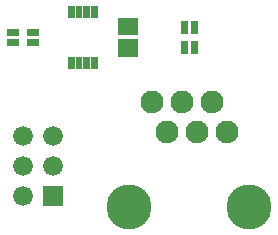
<source format=gbr>
G04 start of page 6 for group -4063 idx -4063 *
G04 Title: (unknown), componentmask *
G04 Creator: pcb 20140316 *
G04 CreationDate: Sat 04 Mar 2017 04:47:27 AM GMT UTC *
G04 For: petersen *
G04 Format: Gerber/RS-274X *
G04 PCB-Dimensions (mil): 1000.00 1100.00 *
G04 PCB-Coordinate-Origin: lower left *
%MOIN*%
%FSLAX25Y25*%
%LNTOPMASK*%
%ADD53R,0.0225X0.0225*%
%ADD52R,0.0572X0.0572*%
%ADD51R,0.0227X0.0227*%
%ADD50C,0.1500*%
%ADD49C,0.0660*%
%ADD48C,0.0001*%
%ADD47C,0.0760*%
G54D47*X58000Y67000D03*
G54D48*G36*
X21700Y39000D02*Y32400D01*
X28300D01*
Y39000D01*
X21700D01*
G37*
G54D49*X25000Y45700D03*
Y55700D03*
X15000Y35700D03*
Y45700D03*
Y55700D03*
G54D47*X63000Y57000D03*
G54D50*X50500Y32000D03*
G54D47*X68000Y67000D03*
X73000Y57000D03*
X83000D03*
G54D50*X90500Y32000D03*
G54D47*X78000Y67000D03*
G54D51*X68925Y86087D02*Y84217D01*
G54D52*X49607Y84957D02*X50393D01*
G54D51*X72075Y86087D02*Y84217D01*
X10717Y90075D02*X12587D01*
X10717Y86925D02*X12587D01*
X17413D02*X19283D01*
X17413Y90075D02*X19283D01*
G54D53*X31161Y80878D02*Y79031D01*
Y80500D02*Y79500D01*
X33720Y80878D02*Y79031D01*
Y80500D02*Y79500D01*
X36280Y80878D02*Y79031D01*
Y80500D02*Y79500D01*
X38839Y80878D02*Y79031D01*
Y80500D02*Y79500D01*
G54D51*X72075Y92783D02*Y90913D01*
X68925Y92783D02*Y90913D01*
G54D52*X49607Y92043D02*X50393D01*
G54D53*X38839Y97969D02*Y96122D01*
X36280Y97969D02*Y96122D01*
X38839Y97500D02*Y96500D01*
X36280Y97500D02*Y96500D01*
X33720Y97969D02*Y96122D01*
X31161Y97969D02*Y96122D01*
X33720Y97500D02*Y96500D01*
X31161Y97500D02*Y96500D01*
M02*

</source>
